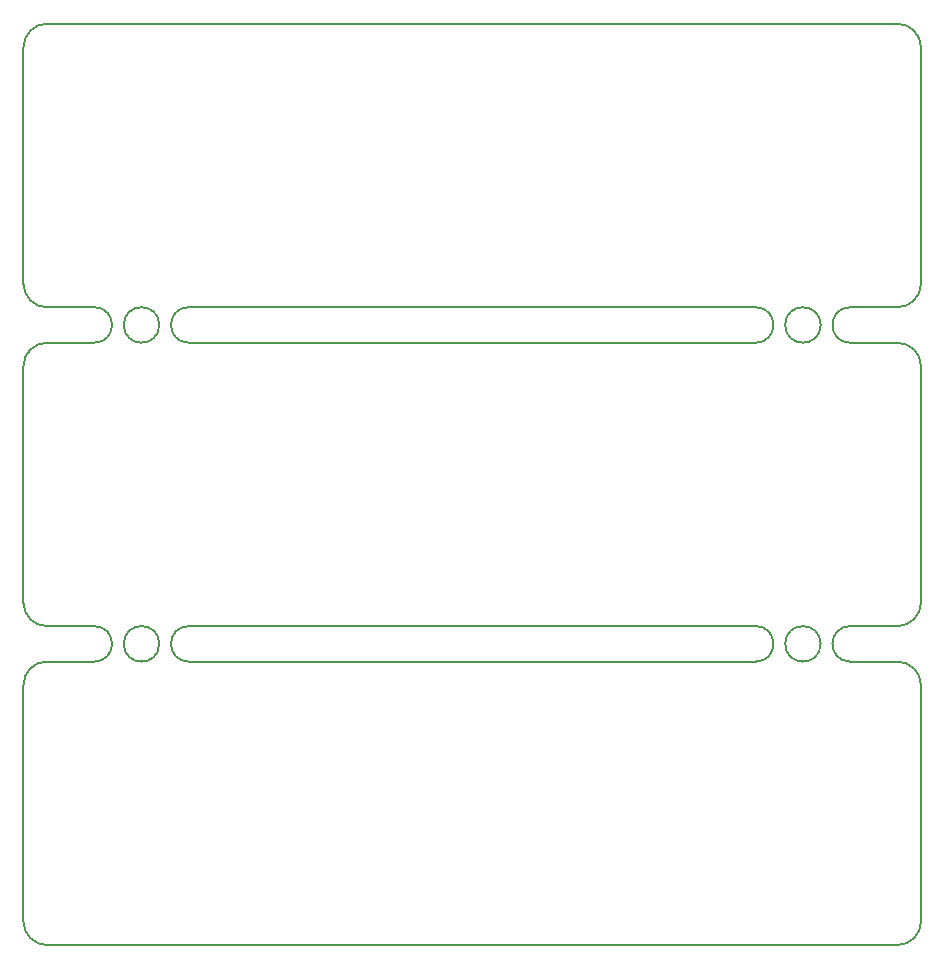
<source format=gbr>
G04 #@! TF.GenerationSoftware,KiCad,Pcbnew,(5.0.2)-1*
G04 #@! TF.CreationDate,2019-08-20T01:58:35+09:00*
G04 #@! TF.ProjectId,robocar-sensorbar-fab,726f626f-6361-4722-9d73-656e736f7262,rev?*
G04 #@! TF.SameCoordinates,Original*
G04 #@! TF.FileFunction,Profile,NP*
%FSLAX46Y46*%
G04 Gerber Fmt 4.6, Leading zero omitted, Abs format (unit mm)*
G04 Created by KiCad (PCBNEW (5.0.2)-1) date 2019/08/20 1:58:35*
%MOMM*%
%LPD*%
G01*
G04 APERTURE LIST*
%ADD10C,0.150000*%
G04 APERTURE END LIST*
D10*
X124000000Y-111000000D02*
X172000000Y-111000000D01*
X124000000Y-114000000D02*
X172000000Y-114000000D01*
X180000000Y-114000000D02*
X184000000Y-114000000D01*
X180000000Y-111000000D02*
X184000000Y-111000000D01*
X172000000Y-111000000D02*
G75*
G02X172000000Y-114000000I0J-1500000D01*
G01*
X180000000Y-114000000D02*
G75*
G02X180000000Y-111000000I0J1500000D01*
G01*
X177500000Y-112500000D02*
G75*
G03X177500000Y-112500000I-1500000J0D01*
G01*
X124000000Y-114000000D02*
G75*
G02X124000000Y-111000000I0J1500000D01*
G01*
X121500000Y-112500000D02*
G75*
G03X121500000Y-112500000I-1500000J0D01*
G01*
X116000000Y-111000000D02*
G75*
G02X116000000Y-114000000I0J-1500000D01*
G01*
X124000000Y-87000000D02*
X172000000Y-87000000D01*
X124000000Y-84000000D02*
X172000000Y-84000000D01*
X124000000Y-87000000D02*
G75*
G02X124000000Y-84000000I0J1500000D01*
G01*
X116000000Y-84000000D02*
G75*
G02X116000000Y-87000000I0J-1500000D01*
G01*
X121500000Y-85500000D02*
G75*
G03X121500000Y-85500000I-1500000J0D01*
G01*
X180000000Y-87000000D02*
X184000000Y-87000000D01*
X180000000Y-84000000D02*
X184000000Y-84000000D01*
X172000000Y-84000000D02*
G75*
G02X172000000Y-87000000I0J-1500000D01*
G01*
X177500000Y-85500000D02*
G75*
G03X177500000Y-85500000I-1500000J0D01*
G01*
X180000000Y-87000000D02*
G75*
G02X180000000Y-84000000I0J1500000D01*
G01*
X110000000Y-116000000D02*
X110000000Y-136000000D01*
X110000000Y-89000000D02*
X110000000Y-109000000D01*
X186000000Y-116000000D02*
X186000000Y-136000000D01*
X186000000Y-89000000D02*
X186000000Y-109000000D01*
X112000000Y-114000000D02*
X116000000Y-114000000D01*
X112000000Y-87000000D02*
X116000000Y-87000000D01*
X112000000Y-138000000D02*
X184000000Y-138000000D01*
X112000000Y-111000000D02*
X116000000Y-111000000D01*
X184000000Y-114000000D02*
G75*
G02X186000000Y-116000000I0J-2000000D01*
G01*
X184000000Y-87000000D02*
G75*
G02X186000000Y-89000000I0J-2000000D01*
G01*
X110000000Y-116000000D02*
G75*
G02X112000000Y-114000000I2000000J0D01*
G01*
X110000000Y-89000000D02*
G75*
G02X112000000Y-87000000I2000000J0D01*
G01*
X112000000Y-138000000D02*
G75*
G02X110000000Y-136000000I0J2000000D01*
G01*
X112000000Y-111000000D02*
G75*
G02X110000000Y-109000000I0J2000000D01*
G01*
X186000000Y-136000000D02*
G75*
G02X184000000Y-138000000I-2000000J0D01*
G01*
X186000000Y-109000000D02*
G75*
G02X184000000Y-111000000I-2000000J0D01*
G01*
X186000000Y-82000000D02*
G75*
G02X184000000Y-84000000I-2000000J0D01*
G01*
X112000000Y-84000000D02*
G75*
G02X110000000Y-82000000I0J2000000D01*
G01*
X110000000Y-62000000D02*
G75*
G02X112000000Y-60000000I2000000J0D01*
G01*
X184000000Y-60000000D02*
G75*
G02X186000000Y-62000000I0J-2000000D01*
G01*
X186000000Y-62000000D02*
X186000000Y-82000000D01*
X110000000Y-62000000D02*
X110000000Y-82000000D01*
X112000000Y-60000000D02*
X184000000Y-60000000D01*
X112000000Y-84000000D02*
X116000000Y-84000000D01*
M02*

</source>
